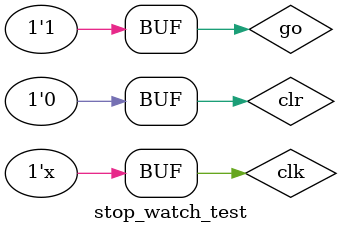
<source format=v>
module stop_watch_test;
reg clk,go,clr;
wire [3:0] d2,d1,d0;

initial clk= 1'b0;
always #0.5 clk = ~clk;
initial
begin
#0      go=0;	clr=1;
#5 clr=0;
#5 go =1;

end
stop_watch swatch(.clk(clk),.go(go),.clr(clr),.d2(d2),.d1(d1),.d0(d0));
endmodule

</source>
